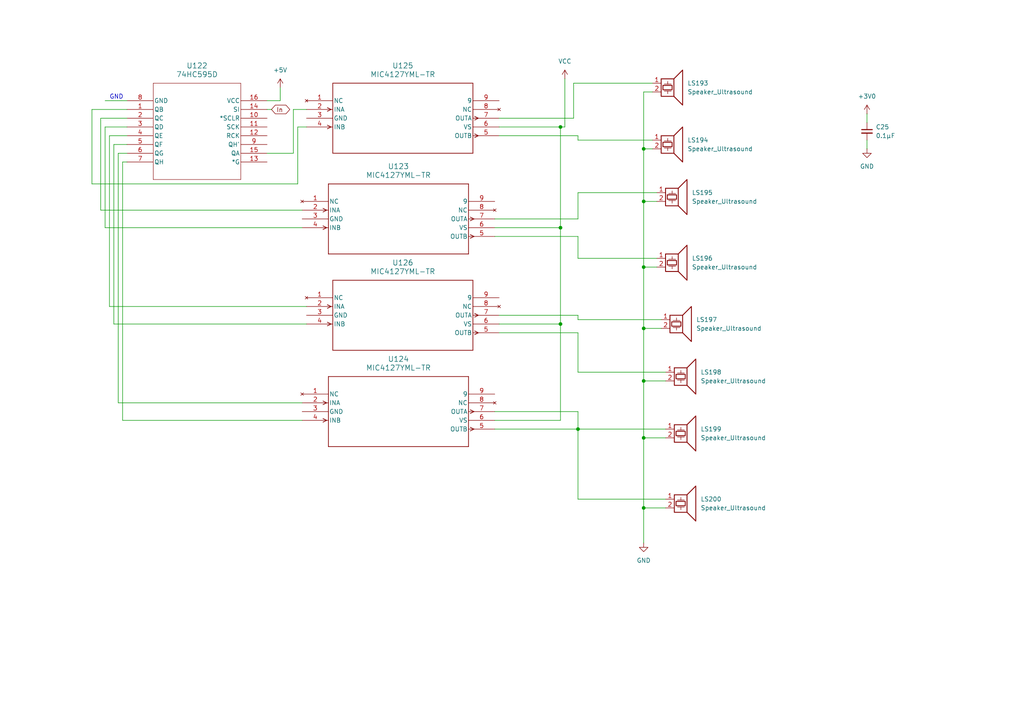
<source format=kicad_sch>
(kicad_sch (version 20250114) (generator "eeschema") (generator_version "9.0")
  (paper "A4")
  (lib_symbols
    (symbol "2025-12-28_09-02-17:MIC4127YML-TR" (pin_names (offset 0.254))
      (property "Reference" "U" (at 27.94 10.16 0))
      (property "Value" "MIC4127YML-TR" (at 27.94 7.62 0))
      (symbol "MIC4127YML-TR_0_1"
        (polyline (pts (xy 7.0993 -2.54) (xy 6.0579 -2.0193)) (stroke (width 0.2032)))
        (polyline (pts (xy 7.0993 -2.54) (xy 6.0579 -3.0607)) (stroke (width 0.2032)))
        (polyline (pts (xy 7.0993 -7.62) (xy 6.0579 -7.0993)) (stroke (width 0.2032)))
        (polyline (pts (xy 7.0993 -7.62) (xy 6.0579 -8.1407)) (stroke (width 0.2032)))
        (polyline (pts (xy 7.62 5.08) (xy 7.62 -15.24)) (stroke (width 0.2032)))
        (polyline (pts (xy 7.62 -15.24) (xy 48.26 -15.24)) (stroke (width 0.2032)))
        (polyline (pts (xy 48.26 5.08) (xy 7.62 5.08)) (stroke (width 0.2032)))
        (polyline (pts (xy 48.26 -15.24) (xy 48.26 5.08)) (stroke (width 0.2032)))
        (polyline (pts (xy 48.7807 -4.5593) (xy 49.8221 -5.08)) (stroke (width 0.2032)))
        (polyline (pts (xy 48.7807 -5.6007) (xy 49.8221 -5.08)) (stroke (width 0.2032)))
        (polyline (pts (xy 48.7807 -9.6393) (xy 49.8221 -10.16)) (stroke (width 0.2032)))
        (polyline (pts (xy 48.7807 -10.6807) (xy 49.8221 -10.16)) (stroke (width 0.2032)))
        (pin no_connect line (at 0 0 0) (length 7.62) (name "NC") (number "1"))
        (pin input line (at 0 -2.54 0) (length 7.62) (name "INA") (number "2"))
        (pin power_in line (at 0 -5.08 0) (length 7.62) (name "GND") (number "3"))
        (pin input line (at 0 -7.62 0) (length 7.62) (name "INB") (number "4"))
        (pin unspecified line (at 55.88 0 180) (length 7.62) (name "9") (number "9"))
        (pin no_connect line (at 55.88 -2.54 180) (length 7.62) (name "NC") (number "8"))
        (pin output line (at 55.88 -5.08 180) (length 7.62) (name "OUTA") (number "7"))
        (pin power_in line (at 55.88 -7.62 180) (length 7.62) (name "VS") (number "6"))
        (pin output line (at 55.88 -10.16 180) (length 7.62) (name "OUTB") (number "5"))
      )
    )
    (symbol "2025-12-28_09-22-42:74HC595D" (pin_names (offset 0.254))
      (property "Reference" "U" (at 20.32 10.16 0))
      (property "Value" "74HC595D" (at 20.32 7.62 0))
      (symbol "74HC595D_0_1"
        (polyline (pts (xy 7.62 5.08) (xy 7.62 -22.86)) (stroke (width 0.127)))
        (polyline (pts (xy 7.62 -22.86) (xy 33.02 -22.86)) (stroke (width 0.127)))
        (polyline (pts (xy 33.02 5.08) (xy 7.62 5.08)) (stroke (width 0.127)))
        (polyline (pts (xy 33.02 -22.86) (xy 33.02 5.08)) (stroke (width 0.127)))
        (pin power_out line (at 0 0 0) (length 7.62) (name "GND") (number "8"))
        (pin output line (at 0 -2.54 0) (length 7.62) (name "QB") (number "1"))
        (pin output line (at 0 -5.08 0) (length 7.62) (name "QC") (number "2"))
        (pin output line (at 0 -7.62 0) (length 7.62) (name "QD") (number "3"))
        (pin output line (at 0 -10.16 0) (length 7.62) (name "QE") (number "4"))
        (pin output line (at 0 -12.7 0) (length 7.62) (name "QF") (number "5"))
        (pin output line (at 0 -15.24 0) (length 7.62) (name "QG") (number "6"))
        (pin output line (at 0 -17.78 0) (length 7.62) (name "QH") (number "7"))
        (pin power_in line (at 40.64 0 180) (length 7.62) (name "VCC") (number "16"))
        (pin input line (at 40.64 -2.54 180) (length 7.62) (name "SI") (number "14"))
        (pin input line (at 40.64 -5.08 180) (length 7.62) (name "*SCLR") (number "10"))
        (pin input line (at 40.64 -7.62 180) (length 7.62) (name "SCK") (number "11"))
        (pin input line (at 40.64 -10.16 180) (length 7.62) (name "RCK") (number "12"))
        (pin output line (at 40.64 -12.7 180) (length 7.62) (name "QH'") (number "9"))
        (pin output line (at 40.64 -15.24 180) (length 7.62) (name "QA") (number "15"))
        (pin input line (at 40.64 -17.78 180) (length 7.62) (name "*G") (number "13"))
      )
    )
    (symbol "Device:C_Small" (pin_numbers (hide yes)) (pin_names (offset 0.254) (hide yes))
      (property "Reference" "C" (at 0.254 1.778 0))
      (property "Value" "C_Small" (at 0.254 -2.032 0))
      (symbol "C_Small_0_1"
        (polyline (pts (xy -1.524 0.508) (xy 1.524 0.508)) (stroke (width 0.3048)))
        (polyline (pts (xy -1.524 -0.508) (xy 1.524 -0.508)) (stroke (width 0.3302)))
      )
      (symbol "C_Small_1_1"
        (pin passive line (at 0 2.54 270) (length 2.032) (name "~") (number "1"))
        (pin passive line (at 0 -2.54 90) (length 2.032) (name "~") (number "2"))
      )
    )
    (symbol "Device:Speaker_Ultrasound" (pin_names (offset 0) (hide yes))
      (property "Reference" "LS" (at 0.635 5.715 0))
      (property "Value" "Speaker_Ultrasound" (at 0.635 3.81 0))
      (symbol "Speaker_Ultrasound_0_0"
        (rectangle (start -2.54 1.27) (end 1.143 -3.81) (stroke (width 0.254)))
        (rectangle (start -2.032 -0.635) (end 0.635 -1.905) (stroke (width 0.254)))
        (polyline (pts (xy -1.651 -0.254) (xy 0.381 -0.254)))
        (polyline (pts (xy -1.651 -2.286) (xy 0.381 -2.286)))
        (polyline (pts (xy -0.635 -0.254) (xy -0.635 0.508)))
        (polyline (pts (xy -0.635 -2.286) (xy -0.635 -3.048)))
        (polyline (pts (xy 1.143 1.27) (xy 3.683 3.81) (xy 3.683 -6.35) (xy 1.143 -3.81)) (stroke (width 0.254)))
      )
      (symbol "Speaker_Ultrasound_1_1"
        (pin input line (at -5.08 0 0) (length 2.54) (name "1") (number "1"))
        (pin input line (at -5.08 -2.54 0) (length 2.54) (name "2") (number "2"))
      )
    )
    (symbol "power:+3V0" (power) (pin_numbers (hide yes)) (pin_names (offset 0) (hide yes))
      (property "Value" "+3V0" (at 0 3.556 0))
      (symbol "+3V0_0_1"
        (polyline (pts (xy -0.762 1.27) (xy 0 2.54)))
        (polyline (pts (xy 0 2.54) (xy 0.762 1.27)))
        (polyline (pts (xy 0 0) (xy 0 2.54)))
      )
      (symbol "+3V0_1_1"
        (pin power_in line (at 0 0 90) (length 0) (name "~") (number "1"))
      )
    )
    (symbol "power:+5V" (power) (pin_numbers (hide yes)) (pin_names (offset 0) (hide yes))
      (property "Value" "+5V" (at 0 3.556 0))
      (symbol "+5V_0_1"
        (polyline (pts (xy -0.762 1.27) (xy 0 2.54)))
        (polyline (pts (xy 0 2.54) (xy 0.762 1.27)))
        (polyline (pts (xy 0 0) (xy 0 2.54)))
      )
      (symbol "+5V_1_1"
        (pin power_in line (at 0 0 90) (length 0) (name "~") (number "1"))
      )
    )
    (symbol "power:GND" (power) (pin_numbers (hide yes)) (pin_names (offset 0) (hide yes))
      (property "Value" "GND" (at 0 -3.81 0))
      (symbol "GND_0_1"
        (polyline (pts (xy 0 0) (xy 0 -1.27) (xy 1.27 -1.27) (xy 0 -2.54) (xy -1.27 -1.27) (xy 0 -1.27)))
      )
      (symbol "GND_1_1"
        (pin power_in line (at 0 0 270) (length 0) (name "~") (number "1"))
      )
    )
    (symbol "power:VCC" (power) (pin_numbers (hide yes)) (pin_names (offset 0) (hide yes))
      (property "Value" "VCC" (at 0 3.556 0))
      (symbol "VCC_0_1"
        (polyline (pts (xy -0.762 1.27) (xy 0 2.54)))
        (polyline (pts (xy 0 2.54) (xy 0.762 1.27)))
        (polyline (pts (xy 0 0) (xy 0 2.54)))
      )
      (symbol "VCC_1_1"
        (pin power_in line (at 0 0 90) (length 0) (name "~") (number "1"))
      )
    )
  )
  (text "GND" (at 33.782 28.194 0) (effects (font (size 1.27 1.27))))
  (junction (at 186.69 110.49))
  (junction (at 186.69 43.18))
  (junction (at 186.69 127))
  (junction (at 186.69 147.32))
  (junction (at 162.56 36.83))
  (junction (at 162.56 66.04))
  (junction (at 186.69 58.42))
  (junction (at 186.69 77.47))
  (junction (at 186.69 95.25))
  (junction (at 162.56 93.98))
  (junction (at 167.64 124.46))
  (wire (pts (xy 167.64 40.64) (xy 189.23 40.64)))
  (wire (pts (xy 36.83 39.37) (xy 31.75 39.37)))
  (wire (pts (xy 163.83 22.86) (xy 163.83 36.83)))
  (wire (pts (xy 186.69 127) (xy 186.69 147.32)))
  (wire (pts (xy 33.02 93.98) (xy 88.9 93.98)))
  (wire (pts (xy 186.69 110.49) (xy 193.04 110.49)))
  (wire (pts (xy 34.29 44.45) (xy 34.29 116.84)))
  (wire (pts (xy 77.47 31.75) (xy 78.74 31.75)))
  (wire (pts (xy 86.36 36.83) (xy 88.9 36.83)))
  (wire (pts (xy 30.48 66.04) (xy 87.63 66.04)))
  (wire (pts (xy 144.78 91.44) (xy 167.64 91.44)))
  (wire (pts (xy 29.21 60.96) (xy 87.63 60.96)))
  (wire (pts (xy 251.46 40.64) (xy 251.46 43.18)))
  (wire (pts (xy 186.69 147.32) (xy 186.69 157.48)))
  (wire (pts (xy 144.78 96.52) (xy 167.64 96.52)))
  (wire (pts (xy 34.29 116.84) (xy 87.63 116.84)))
  (wire (pts (xy 166.37 34.29) (xy 166.37 24.13)))
  (wire (pts (xy 35.56 46.99) (xy 35.56 121.92)))
  (wire (pts (xy 167.64 124.46) (xy 167.64 144.78)))
  (wire (pts (xy 167.64 55.88) (xy 190.5 55.88)))
  (wire (pts (xy 144.78 36.83) (xy 162.56 36.83)))
  (wire (pts (xy 35.56 121.92) (xy 87.63 121.92)))
  (wire (pts (xy 186.69 110.49) (xy 186.69 127)))
  (wire (pts (xy 167.64 96.52) (xy 167.64 107.95)))
  (wire (pts (xy 26.67 53.34) (xy 86.36 53.34)))
  (wire (pts (xy 143.51 119.38) (xy 167.64 119.38)))
  (wire (pts (xy 251.46 33.02) (xy 251.46 35.56)))
  (wire (pts (xy 193.04 147.32) (xy 186.69 147.32)))
  (wire (pts (xy 144.78 93.98) (xy 162.56 93.98)))
  (wire (pts (xy 36.83 41.91) (xy 33.02 41.91)))
  (wire (pts (xy 36.83 31.75) (xy 26.67 31.75)))
  (wire (pts (xy 143.51 121.92) (xy 162.56 121.92)))
  (wire (pts (xy 167.64 91.44) (xy 167.64 92.71)))
  (wire (pts (xy 36.83 44.45) (xy 34.29 44.45)))
  (wire (pts (xy 167.64 68.58) (xy 167.64 74.93)))
  (wire (pts (xy 31.75 39.37) (xy 31.75 88.9)))
  (wire (pts (xy 143.51 68.58) (xy 167.64 68.58)))
  (wire (pts (xy 162.56 36.83) (xy 163.83 36.83)))
  (wire (pts (xy 186.69 43.18) (xy 189.23 43.18)))
  (wire (pts (xy 30.48 36.83) (xy 30.48 66.04)))
  (wire (pts (xy 167.64 124.46) (xy 193.04 124.46)))
  (wire (pts (xy 189.23 26.67) (xy 186.69 26.67)))
  (wire (pts (xy 162.56 93.98) (xy 162.56 121.92)))
  (wire (pts (xy 77.47 44.45) (xy 85.09 44.45)))
  (wire (pts (xy 186.69 58.42) (xy 190.5 58.42)))
  (wire (pts (xy 143.51 63.5) (xy 167.64 63.5)))
  (wire (pts (xy 186.69 95.25) (xy 191.77 95.25)))
  (wire (pts (xy 167.64 74.93) (xy 190.5 74.93)))
  (wire (pts (xy 186.69 77.47) (xy 186.69 95.25)))
  (wire (pts (xy 186.69 77.47) (xy 190.5 77.47)))
  (wire (pts (xy 26.67 31.75) (xy 26.67 53.34)))
  (wire (pts (xy 186.69 26.67) (xy 186.69 43.18)))
  (wire (pts (xy 167.64 92.71) (xy 191.77 92.71)))
  (wire (pts (xy 143.51 66.04) (xy 162.56 66.04)))
  (wire (pts (xy 144.78 39.37) (xy 167.64 39.37)))
  (wire (pts (xy 85.09 44.45) (xy 85.09 31.75)))
  (wire (pts (xy 36.83 46.99) (xy 35.56 46.99)))
  (wire (pts (xy 144.78 34.29) (xy 166.37 34.29)))
  (wire (pts (xy 167.64 63.5) (xy 167.64 55.88)))
  (wire (pts (xy 186.69 95.25) (xy 186.69 110.49)))
  (wire (pts (xy 30.48 29.21) (xy 36.83 29.21)))
  (wire (pts (xy 36.83 34.29) (xy 29.21 34.29)))
  (wire (pts (xy 33.02 41.91) (xy 33.02 93.98)))
  (wire (pts (xy 29.21 34.29) (xy 29.21 60.96)))
  (wire (pts (xy 162.56 36.83) (xy 162.56 66.04)))
  (wire (pts (xy 186.69 127) (xy 193.04 127)))
  (wire (pts (xy 167.64 119.38) (xy 167.64 124.46)))
  (wire (pts (xy 143.51 124.46) (xy 167.64 124.46)))
  (wire (pts (xy 166.37 24.13) (xy 189.23 24.13)))
  (wire (pts (xy 86.36 53.34) (xy 86.36 36.83)))
  (wire (pts (xy 36.83 36.83) (xy 30.48 36.83)))
  (wire (pts (xy 186.69 58.42) (xy 186.69 77.47)))
  (wire (pts (xy 31.75 88.9) (xy 88.9 88.9)))
  (wire (pts (xy 186.69 43.18) (xy 186.69 58.42)))
  (wire (pts (xy 167.64 107.95) (xy 193.04 107.95)))
  (wire (pts (xy 162.56 66.04) (xy 162.56 93.98)))
  (wire (pts (xy 77.47 29.21) (xy 81.28 29.21)))
  (wire (pts (xy 167.64 39.37) (xy 167.64 40.64)))
  (wire (pts (xy 81.28 25.4) (xy 81.28 29.21)))
  (wire (pts (xy 85.09 31.75) (xy 88.9 31.75)))
  (wire (pts (xy 167.64 144.78) (xy 193.04 144.78)))
  (global_label "In" (shape bidirectional) (at 78.74 31.75 0) (property "Intersheetrefs" "${INTERSHEET_REFS}" (effects (hide yes))))
  (symbol (lib_id "2025-12-28_09-02-17:MIC4127YML-TR") (at 88.9 29.21 0) (unit 1)
    (property "Reference" "U125" (at 116.84 19.05 0) (effects (font (size 1.524 1.524))))
    (property "Value" "MIC4127YML-TR" (at 116.84 21.59 0) (effects (font (size 1.524 1.524))))
    (property "Footprint" "MLF-8_ML_MCH" (effects (hide yes)))
    (property "Datasheet" "MIC4127YML-TR" (effects (hide yes)))
  )
  (symbol (lib_id "2025-12-28_09-02-17:MIC4127YML-TR") (at 87.63 58.42 0) (unit 1)
    (property "Reference" "U123" (at 115.57 48.26 0) (effects (font (size 1.524 1.524))))
    (property "Value" "MIC4127YML-TR" (at 115.57 50.8 0) (effects (font (size 1.524 1.524))))
    (property "Footprint" "MLF-8_ML_MCH" (effects (hide yes)))
    (property "Datasheet" "MIC4127YML-TR" (effects (hide yes)))
  )
  (symbol (lib_id "Device:C_Small") (at 251.46 38.1 0) (unit 1)
    (property "Reference" "C25" (at 254 36.8362 0) (effects (justify left)))
    (property "Value" "0.1μF" (at 254 39.3762 0) (effects (justify left)))
    (property "Description" "Unpolarized capacitor, small symbol" (effects (hide yes)))
  )
  (symbol (lib_id "Device:Speaker_Ultrasound") (at 198.12 107.95 0) (unit 1)
    (property "Reference" "LS198" (at 203.2 107.9499 0) (effects (justify left)))
    (property "Value" "Speaker_Ultrasound" (at 203.2 110.4899 0) (effects (justify left)))
    (property "Description" "Ultrasonic transducer" (effects (hide yes)))
  )
  (symbol (lib_id "2025-12-28_09-22-42:74HC595D") (at 36.83 29.21 0) (unit 1)
    (property "Reference" "U122" (at 57.15 19.05 0) (effects (font (size 1.524 1.524))))
    (property "Value" "74HC595D" (at 57.15 21.59 0) (effects (font (size 1.524 1.524))))
    (property "Footprint" "SOIC16_TOS" (effects (hide yes)))
    (property "Datasheet" "https://toshiba.semicon-storage.com/info/docget.jsp?did=36768&prodName=74HC595D" (effects (hide yes)))
  )
  (symbol (lib_id "power:+3V0") (at 251.46 33.02 0) (unit 1)
    (property "Reference" "#PWR0124" (effects (hide yes)))
    (property "Value" "+3V0" (at 251.46 27.94 0))
    (property "Description" "Power symbol creates a global label with name \"+3V0\"" (effects (hide yes)))
  )
  (symbol (lib_id "power:GND") (at 186.69 157.48 0) (unit 1)
    (property "Reference" "#PWR0123" (effects (hide yes)))
    (property "Value" "GND" (at 186.69 162.56 0))
    (property "Description" "Power symbol creates a global label with name \"GND\" , ground" (effects (hide yes)))
  )
  (symbol (lib_id "power:VCC") (at 163.83 22.86 0) (unit 1)
    (property "Reference" "#PWR0122" (effects (hide yes)))
    (property "Value" "VCC" (at 163.83 17.78 0))
    (property "Description" "Power symbol creates a global label with name \"VCC\"" (effects (hide yes)))
  )
  (symbol (lib_id "power:GND") (at 251.46 43.18 0) (unit 1)
    (property "Reference" "#PWR0125" (effects (hide yes)))
    (property "Value" "GND" (at 251.46 48.26 0))
    (property "Description" "Power symbol creates a global label with name \"GND\" , ground" (effects (hide yes)))
  )
  (symbol (lib_id "Device:Speaker_Ultrasound") (at 195.58 55.88 0) (unit 1)
    (property "Reference" "LS195" (at 200.66 55.8799 0) (effects (justify left)))
    (property "Value" "Speaker_Ultrasound" (at 200.66 58.4199 0) (effects (justify left)))
    (property "Description" "Ultrasonic transducer" (effects (hide yes)))
  )
  (symbol (lib_id "Device:Speaker_Ultrasound") (at 196.85 92.71 0) (unit 1)
    (property "Reference" "LS197" (at 201.93 92.7099 0) (effects (justify left)))
    (property "Value" "Speaker_Ultrasound" (at 201.93 95.2499 0) (effects (justify left)))
    (property "Description" "Ultrasonic transducer" (effects (hide yes)))
  )
  (symbol (lib_id "Device:Speaker_Ultrasound") (at 195.58 74.93 0) (unit 1)
    (property "Reference" "LS196" (at 200.66 74.9299 0) (effects (justify left)))
    (property "Value" "Speaker_Ultrasound" (at 200.66 77.4699 0) (effects (justify left)))
    (property "Description" "Ultrasonic transducer" (effects (hide yes)))
  )
  (symbol (lib_id "Device:Speaker_Ultrasound") (at 198.12 144.78 0) (unit 1)
    (property "Reference" "LS200" (at 203.2 144.7799 0) (effects (justify left)))
    (property "Value" "Speaker_Ultrasound" (at 203.2 147.3199 0) (effects (justify left)))
    (property "Description" "Ultrasonic transducer" (effects (hide yes)))
  )
  (symbol (lib_id "2025-12-28_09-02-17:MIC4127YML-TR") (at 88.9 86.36 0) (unit 1)
    (property "Reference" "U126" (at 116.84 76.2 0) (effects (font (size 1.524 1.524))))
    (property "Value" "MIC4127YML-TR" (at 116.84 78.74 0) (effects (font (size 1.524 1.524))))
    (property "Footprint" "MLF-8_ML_MCH" (effects (hide yes)))
    (property "Datasheet" "MIC4127YML-TR" (effects (hide yes)))
  )
  (symbol (lib_id "Device:Speaker_Ultrasound") (at 194.31 40.64 0) (unit 1)
    (property "Reference" "LS194" (at 199.39 40.6399 0) (effects (justify left)))
    (property "Value" "Speaker_Ultrasound" (at 199.39 43.1799 0) (effects (justify left)))
    (property "Description" "Ultrasonic transducer" (effects (hide yes)))
  )
  (symbol (lib_id "power:+5V") (at 81.28 25.4 0) (unit 1)
    (property "Reference" "#PWR0121" (effects (hide yes)))
    (property "Value" "+5V" (at 81.28 20.32 0))
    (property "Description" "Power symbol creates a global label with name \"+5V\"" (effects (hide yes)))
  )
  (symbol (lib_id "2025-12-28_09-02-17:MIC4127YML-TR") (at 87.63 114.3 0) (unit 1)
    (property "Reference" "U124" (at 115.57 104.14 0) (effects (font (size 1.524 1.524))))
    (property "Value" "MIC4127YML-TR" (at 115.57 106.68 0) (effects (font (size 1.524 1.524))))
    (property "Footprint" "MLF-8_ML_MCH" (effects (hide yes)))
    (property "Datasheet" "MIC4127YML-TR" (effects (hide yes)))
  )
  (symbol (lib_id "Device:Speaker_Ultrasound") (at 198.12 124.46 0) (unit 1)
    (property "Reference" "LS199" (at 203.2 124.4599 0) (effects (justify left)))
    (property "Value" "Speaker_Ultrasound" (at 203.2 126.9999 0) (effects (justify left)))
    (property "Description" "Ultrasonic transducer" (effects (hide yes)))
  )
  (symbol (lib_id "Device:Speaker_Ultrasound") (at 194.31 24.13 0) (unit 1)
    (property "Reference" "LS193" (at 199.39 24.1299 0) (effects (justify left)))
    (property "Value" "Speaker_Ultrasound" (at 199.39 26.6699 0) (effects (justify left)))
    (property "Description" "Ultrasonic transducer" (effects (hide yes)))
  )
)
</source>
